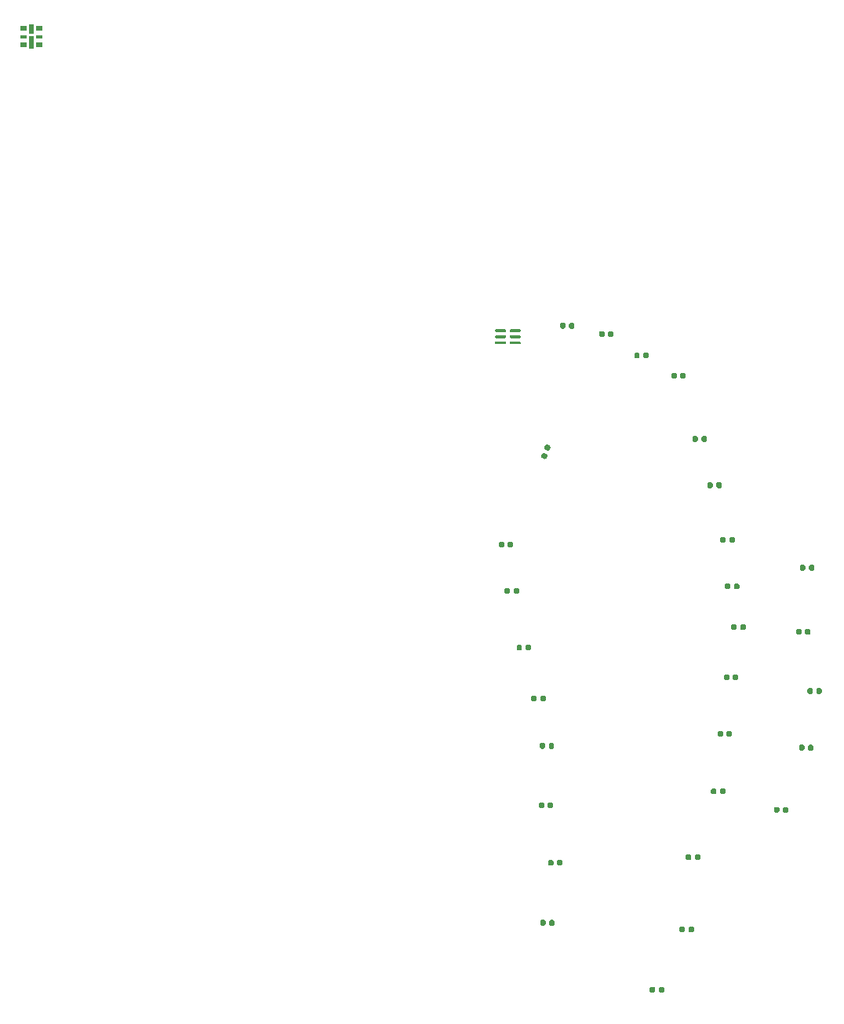
<source format=gbr>
G04 #@! TF.GenerationSoftware,KiCad,Pcbnew,(5.1.8)-1*
G04 #@! TF.CreationDate,2021-03-05T20:40:41-08:00*
G04 #@! TF.ProjectId,anglerfish,616e676c-6572-4666-9973-682e6b696361,rev?*
G04 #@! TF.SameCoordinates,Original*
G04 #@! TF.FileFunction,Soldermask,Top*
G04 #@! TF.FilePolarity,Negative*
%FSLAX46Y46*%
G04 Gerber Fmt 4.6, Leading zero omitted, Abs format (unit mm)*
G04 Created by KiCad (PCBNEW (5.1.8)-1) date 2021-03-05 20:40:41*
%MOMM*%
%LPD*%
G01*
G04 APERTURE LIST*
%ADD10R,0.800000X0.500000*%
%ADD11R,0.800000X0.300000*%
%ADD12R,0.500000X1.000000*%
%ADD13R,0.500000X1.480000*%
G04 APERTURE END LIST*
D10*
X58550000Y-54330000D03*
D11*
X58550000Y-55230000D03*
D10*
X58550000Y-56130000D03*
D11*
X60250000Y-55230000D03*
D10*
X60250000Y-56130000D03*
X60250000Y-54330000D03*
D12*
X59400000Y-54400000D03*
D13*
X59400000Y-55840000D03*
G36*
G01*
X115127081Y-99880457D02*
X114802887Y-99762460D01*
G75*
G02*
X114714730Y-99573407I50448J138605D01*
G01*
X114815626Y-99296198D01*
G75*
G02*
X115004679Y-99208041I138605J-50448D01*
G01*
X115328873Y-99326038D01*
G75*
G02*
X115417030Y-99515091I-50448J-138605D01*
G01*
X115316134Y-99792300D01*
G75*
G02*
X115127081Y-99880457I-138605J50448D01*
G01*
G37*
G36*
G01*
X114795321Y-100791959D02*
X114471127Y-100673962D01*
G75*
G02*
X114382970Y-100484909I50448J138605D01*
G01*
X114483866Y-100207700D01*
G75*
G02*
X114672919Y-100119543I138605J-50448D01*
G01*
X114997113Y-100237540D01*
G75*
G02*
X115085270Y-100426593I-50448J-138605D01*
G01*
X114984374Y-100703802D01*
G75*
G02*
X114795321Y-100791959I-138605J50448D01*
G01*
G37*
G36*
G01*
X111000000Y-87025000D02*
X111000000Y-86875000D01*
G75*
G02*
X111075000Y-86800000I75000J0D01*
G01*
X112100000Y-86800000D01*
G75*
G02*
X112175000Y-86875000I0J-75000D01*
G01*
X112175000Y-87025000D01*
G75*
G02*
X112100000Y-87100000I-75000J0D01*
G01*
X111075000Y-87100000D01*
G75*
G02*
X111000000Y-87025000I0J75000D01*
G01*
G37*
G36*
G01*
X111000000Y-87675000D02*
X111000000Y-87525000D01*
G75*
G02*
X111075000Y-87450000I75000J0D01*
G01*
X112100000Y-87450000D01*
G75*
G02*
X112175000Y-87525000I0J-75000D01*
G01*
X112175000Y-87675000D01*
G75*
G02*
X112100000Y-87750000I-75000J0D01*
G01*
X111075000Y-87750000D01*
G75*
G02*
X111000000Y-87675000I0J75000D01*
G01*
G37*
G36*
G01*
X111000000Y-88325000D02*
X111000000Y-88175000D01*
G75*
G02*
X111075000Y-88100000I75000J0D01*
G01*
X112100000Y-88100000D01*
G75*
G02*
X112175000Y-88175000I0J-75000D01*
G01*
X112175000Y-88325000D01*
G75*
G02*
X112100000Y-88400000I-75000J0D01*
G01*
X111075000Y-88400000D01*
G75*
G02*
X111000000Y-88325000I0J75000D01*
G01*
G37*
G36*
G01*
X109425000Y-88325000D02*
X109425000Y-88175000D01*
G75*
G02*
X109500000Y-88100000I75000J0D01*
G01*
X110525000Y-88100000D01*
G75*
G02*
X110600000Y-88175000I0J-75000D01*
G01*
X110600000Y-88325000D01*
G75*
G02*
X110525000Y-88400000I-75000J0D01*
G01*
X109500000Y-88400000D01*
G75*
G02*
X109425000Y-88325000I0J75000D01*
G01*
G37*
G36*
G01*
X109425000Y-87675000D02*
X109425000Y-87525000D01*
G75*
G02*
X109500000Y-87450000I75000J0D01*
G01*
X110525000Y-87450000D01*
G75*
G02*
X110600000Y-87525000I0J-75000D01*
G01*
X110600000Y-87675000D01*
G75*
G02*
X110525000Y-87750000I-75000J0D01*
G01*
X109500000Y-87750000D01*
G75*
G02*
X109425000Y-87675000I0J75000D01*
G01*
G37*
G36*
G01*
X109425000Y-87025000D02*
X109425000Y-86875000D01*
G75*
G02*
X109500000Y-86800000I75000J0D01*
G01*
X110525000Y-86800000D01*
G75*
G02*
X110600000Y-86875000I0J-75000D01*
G01*
X110600000Y-87025000D01*
G75*
G02*
X110525000Y-87100000I-75000J0D01*
G01*
X109500000Y-87100000D01*
G75*
G02*
X109425000Y-87025000I0J75000D01*
G01*
G37*
G36*
G01*
X140490000Y-138772500D02*
X140490000Y-138427500D01*
G75*
G02*
X140637500Y-138280000I147500J0D01*
G01*
X140932500Y-138280000D01*
G75*
G02*
X141080000Y-138427500I0J-147500D01*
G01*
X141080000Y-138772500D01*
G75*
G02*
X140932500Y-138920000I-147500J0D01*
G01*
X140637500Y-138920000D01*
G75*
G02*
X140490000Y-138772500I0J147500D01*
G01*
G37*
G36*
G01*
X139520000Y-138772500D02*
X139520000Y-138427500D01*
G75*
G02*
X139667500Y-138280000I147500J0D01*
G01*
X139962500Y-138280000D01*
G75*
G02*
X140110000Y-138427500I0J-147500D01*
G01*
X140110000Y-138772500D01*
G75*
G02*
X139962500Y-138920000I-147500J0D01*
G01*
X139667500Y-138920000D01*
G75*
G02*
X139520000Y-138772500I0J147500D01*
G01*
G37*
G36*
G01*
X143190000Y-132072500D02*
X143190000Y-131727500D01*
G75*
G02*
X143337500Y-131580000I147500J0D01*
G01*
X143632500Y-131580000D01*
G75*
G02*
X143780000Y-131727500I0J-147500D01*
G01*
X143780000Y-132072500D01*
G75*
G02*
X143632500Y-132220000I-147500J0D01*
G01*
X143337500Y-132220000D01*
G75*
G02*
X143190000Y-132072500I0J147500D01*
G01*
G37*
G36*
G01*
X142220000Y-132072500D02*
X142220000Y-131727500D01*
G75*
G02*
X142367500Y-131580000I147500J0D01*
G01*
X142662500Y-131580000D01*
G75*
G02*
X142810000Y-131727500I0J-147500D01*
G01*
X142810000Y-132072500D01*
G75*
G02*
X142662500Y-132220000I-147500J0D01*
G01*
X142367500Y-132220000D01*
G75*
G02*
X142220000Y-132072500I0J147500D01*
G01*
G37*
G36*
G01*
X144090000Y-125972500D02*
X144090000Y-125627500D01*
G75*
G02*
X144237500Y-125480000I147500J0D01*
G01*
X144532500Y-125480000D01*
G75*
G02*
X144680000Y-125627500I0J-147500D01*
G01*
X144680000Y-125972500D01*
G75*
G02*
X144532500Y-126120000I-147500J0D01*
G01*
X144237500Y-126120000D01*
G75*
G02*
X144090000Y-125972500I0J147500D01*
G01*
G37*
G36*
G01*
X143120000Y-125972500D02*
X143120000Y-125627500D01*
G75*
G02*
X143267500Y-125480000I147500J0D01*
G01*
X143562500Y-125480000D01*
G75*
G02*
X143710000Y-125627500I0J-147500D01*
G01*
X143710000Y-125972500D01*
G75*
G02*
X143562500Y-126120000I-147500J0D01*
G01*
X143267500Y-126120000D01*
G75*
G02*
X143120000Y-125972500I0J147500D01*
G01*
G37*
G36*
G01*
X142890000Y-119572500D02*
X142890000Y-119227500D01*
G75*
G02*
X143037500Y-119080000I147500J0D01*
G01*
X143332500Y-119080000D01*
G75*
G02*
X143480000Y-119227500I0J-147500D01*
G01*
X143480000Y-119572500D01*
G75*
G02*
X143332500Y-119720000I-147500J0D01*
G01*
X143037500Y-119720000D01*
G75*
G02*
X142890000Y-119572500I0J147500D01*
G01*
G37*
G36*
G01*
X141920000Y-119572500D02*
X141920000Y-119227500D01*
G75*
G02*
X142067500Y-119080000I147500J0D01*
G01*
X142362500Y-119080000D01*
G75*
G02*
X142510000Y-119227500I0J-147500D01*
G01*
X142510000Y-119572500D01*
G75*
G02*
X142362500Y-119720000I-147500J0D01*
G01*
X142067500Y-119720000D01*
G75*
G02*
X141920000Y-119572500I0J147500D01*
G01*
G37*
G36*
G01*
X143290000Y-112672500D02*
X143290000Y-112327500D01*
G75*
G02*
X143437500Y-112180000I147500J0D01*
G01*
X143732500Y-112180000D01*
G75*
G02*
X143880000Y-112327500I0J-147500D01*
G01*
X143880000Y-112672500D01*
G75*
G02*
X143732500Y-112820000I-147500J0D01*
G01*
X143437500Y-112820000D01*
G75*
G02*
X143290000Y-112672500I0J147500D01*
G01*
G37*
G36*
G01*
X142320000Y-112672500D02*
X142320000Y-112327500D01*
G75*
G02*
X142467500Y-112180000I147500J0D01*
G01*
X142762500Y-112180000D01*
G75*
G02*
X142910000Y-112327500I0J-147500D01*
G01*
X142910000Y-112672500D01*
G75*
G02*
X142762500Y-112820000I-147500J0D01*
G01*
X142467500Y-112820000D01*
G75*
G02*
X142320000Y-112672500I0J147500D01*
G01*
G37*
G36*
G01*
X110790000Y-110172500D02*
X110790000Y-109827500D01*
G75*
G02*
X110937500Y-109680000I147500J0D01*
G01*
X111232500Y-109680000D01*
G75*
G02*
X111380000Y-109827500I0J-147500D01*
G01*
X111380000Y-110172500D01*
G75*
G02*
X111232500Y-110320000I-147500J0D01*
G01*
X110937500Y-110320000D01*
G75*
G02*
X110790000Y-110172500I0J147500D01*
G01*
G37*
G36*
G01*
X109820000Y-110172500D02*
X109820000Y-109827500D01*
G75*
G02*
X109967500Y-109680000I147500J0D01*
G01*
X110262500Y-109680000D01*
G75*
G02*
X110410000Y-109827500I0J-147500D01*
G01*
X110410000Y-110172500D01*
G75*
G02*
X110262500Y-110320000I-147500J0D01*
G01*
X109967500Y-110320000D01*
G75*
G02*
X109820000Y-110172500I0J147500D01*
G01*
G37*
G36*
G01*
X111405000Y-115172500D02*
X111405000Y-114827500D01*
G75*
G02*
X111552500Y-114680000I147500J0D01*
G01*
X111847500Y-114680000D01*
G75*
G02*
X111995000Y-114827500I0J-147500D01*
G01*
X111995000Y-115172500D01*
G75*
G02*
X111847500Y-115320000I-147500J0D01*
G01*
X111552500Y-115320000D01*
G75*
G02*
X111405000Y-115172500I0J147500D01*
G01*
G37*
G36*
G01*
X110435000Y-115172500D02*
X110435000Y-114827500D01*
G75*
G02*
X110582500Y-114680000I147500J0D01*
G01*
X110877500Y-114680000D01*
G75*
G02*
X111025000Y-114827500I0J-147500D01*
G01*
X111025000Y-115172500D01*
G75*
G02*
X110877500Y-115320000I-147500J0D01*
G01*
X110582500Y-115320000D01*
G75*
G02*
X110435000Y-115172500I0J147500D01*
G01*
G37*
G36*
G01*
X112705000Y-121272500D02*
X112705000Y-120927500D01*
G75*
G02*
X112852500Y-120780000I147500J0D01*
G01*
X113147500Y-120780000D01*
G75*
G02*
X113295000Y-120927500I0J-147500D01*
G01*
X113295000Y-121272500D01*
G75*
G02*
X113147500Y-121420000I-147500J0D01*
G01*
X112852500Y-121420000D01*
G75*
G02*
X112705000Y-121272500I0J147500D01*
G01*
G37*
G36*
G01*
X111735000Y-121272500D02*
X111735000Y-120927500D01*
G75*
G02*
X111882500Y-120780000I147500J0D01*
G01*
X112177500Y-120780000D01*
G75*
G02*
X112325000Y-120927500I0J-147500D01*
G01*
X112325000Y-121272500D01*
G75*
G02*
X112177500Y-121420000I-147500J0D01*
G01*
X111882500Y-121420000D01*
G75*
G02*
X111735000Y-121272500I0J147500D01*
G01*
G37*
G36*
G01*
X114290000Y-126772500D02*
X114290000Y-126427500D01*
G75*
G02*
X114437500Y-126280000I147500J0D01*
G01*
X114732500Y-126280000D01*
G75*
G02*
X114880000Y-126427500I0J-147500D01*
G01*
X114880000Y-126772500D01*
G75*
G02*
X114732500Y-126920000I-147500J0D01*
G01*
X114437500Y-126920000D01*
G75*
G02*
X114290000Y-126772500I0J147500D01*
G01*
G37*
G36*
G01*
X113320000Y-126772500D02*
X113320000Y-126427500D01*
G75*
G02*
X113467500Y-126280000I147500J0D01*
G01*
X113762500Y-126280000D01*
G75*
G02*
X113910000Y-126427500I0J-147500D01*
G01*
X113910000Y-126772500D01*
G75*
G02*
X113762500Y-126920000I-147500J0D01*
G01*
X113467500Y-126920000D01*
G75*
G02*
X113320000Y-126772500I0J147500D01*
G01*
G37*
G36*
G01*
X115205000Y-131872500D02*
X115205000Y-131527500D01*
G75*
G02*
X115352500Y-131380000I147500J0D01*
G01*
X115647500Y-131380000D01*
G75*
G02*
X115795000Y-131527500I0J-147500D01*
G01*
X115795000Y-131872500D01*
G75*
G02*
X115647500Y-132020000I-147500J0D01*
G01*
X115352500Y-132020000D01*
G75*
G02*
X115205000Y-131872500I0J147500D01*
G01*
G37*
G36*
G01*
X114235000Y-131872500D02*
X114235000Y-131527500D01*
G75*
G02*
X114382500Y-131380000I147500J0D01*
G01*
X114677500Y-131380000D01*
G75*
G02*
X114825000Y-131527500I0J-147500D01*
G01*
X114825000Y-131872500D01*
G75*
G02*
X114677500Y-132020000I-147500J0D01*
G01*
X114382500Y-132020000D01*
G75*
G02*
X114235000Y-131872500I0J147500D01*
G01*
G37*
G36*
G01*
X115105000Y-138272500D02*
X115105000Y-137927500D01*
G75*
G02*
X115252500Y-137780000I147500J0D01*
G01*
X115547500Y-137780000D01*
G75*
G02*
X115695000Y-137927500I0J-147500D01*
G01*
X115695000Y-138272500D01*
G75*
G02*
X115547500Y-138420000I-147500J0D01*
G01*
X115252500Y-138420000D01*
G75*
G02*
X115105000Y-138272500I0J147500D01*
G01*
G37*
G36*
G01*
X114135000Y-138272500D02*
X114135000Y-137927500D01*
G75*
G02*
X114282500Y-137780000I147500J0D01*
G01*
X114577500Y-137780000D01*
G75*
G02*
X114725000Y-137927500I0J-147500D01*
G01*
X114725000Y-138272500D01*
G75*
G02*
X114577500Y-138420000I-147500J0D01*
G01*
X114282500Y-138420000D01*
G75*
G02*
X114135000Y-138272500I0J147500D01*
G01*
G37*
G36*
G01*
X116095000Y-144472500D02*
X116095000Y-144127500D01*
G75*
G02*
X116242500Y-143980000I147500J0D01*
G01*
X116537500Y-143980000D01*
G75*
G02*
X116685000Y-144127500I0J-147500D01*
G01*
X116685000Y-144472500D01*
G75*
G02*
X116537500Y-144620000I-147500J0D01*
G01*
X116242500Y-144620000D01*
G75*
G02*
X116095000Y-144472500I0J147500D01*
G01*
G37*
G36*
G01*
X115125000Y-144472500D02*
X115125000Y-144127500D01*
G75*
G02*
X115272500Y-143980000I147500J0D01*
G01*
X115567500Y-143980000D01*
G75*
G02*
X115715000Y-144127500I0J-147500D01*
G01*
X115715000Y-144472500D01*
G75*
G02*
X115567500Y-144620000I-147500J0D01*
G01*
X115272500Y-144620000D01*
G75*
G02*
X115125000Y-144472500I0J147500D01*
G01*
G37*
G36*
G01*
X115250000Y-150962500D02*
X115250000Y-150617500D01*
G75*
G02*
X115397500Y-150470000I147500J0D01*
G01*
X115692500Y-150470000D01*
G75*
G02*
X115840000Y-150617500I0J-147500D01*
G01*
X115840000Y-150962500D01*
G75*
G02*
X115692500Y-151110000I-147500J0D01*
G01*
X115397500Y-151110000D01*
G75*
G02*
X115250000Y-150962500I0J147500D01*
G01*
G37*
G36*
G01*
X114280000Y-150962500D02*
X114280000Y-150617500D01*
G75*
G02*
X114427500Y-150470000I147500J0D01*
G01*
X114722500Y-150470000D01*
G75*
G02*
X114870000Y-150617500I0J-147500D01*
G01*
X114870000Y-150962500D01*
G75*
G02*
X114722500Y-151110000I-147500J0D01*
G01*
X114427500Y-151110000D01*
G75*
G02*
X114280000Y-150962500I0J147500D01*
G01*
G37*
G36*
G01*
X127090000Y-158172500D02*
X127090000Y-157827500D01*
G75*
G02*
X127237500Y-157680000I147500J0D01*
G01*
X127532500Y-157680000D01*
G75*
G02*
X127680000Y-157827500I0J-147500D01*
G01*
X127680000Y-158172500D01*
G75*
G02*
X127532500Y-158320000I-147500J0D01*
G01*
X127237500Y-158320000D01*
G75*
G02*
X127090000Y-158172500I0J147500D01*
G01*
G37*
G36*
G01*
X126120000Y-158172500D02*
X126120000Y-157827500D01*
G75*
G02*
X126267500Y-157680000I147500J0D01*
G01*
X126562500Y-157680000D01*
G75*
G02*
X126710000Y-157827500I0J-147500D01*
G01*
X126710000Y-158172500D01*
G75*
G02*
X126562500Y-158320000I-147500J0D01*
G01*
X126267500Y-158320000D01*
G75*
G02*
X126120000Y-158172500I0J147500D01*
G01*
G37*
G36*
G01*
X130290000Y-151672500D02*
X130290000Y-151327500D01*
G75*
G02*
X130437500Y-151180000I147500J0D01*
G01*
X130732500Y-151180000D01*
G75*
G02*
X130880000Y-151327500I0J-147500D01*
G01*
X130880000Y-151672500D01*
G75*
G02*
X130732500Y-151820000I-147500J0D01*
G01*
X130437500Y-151820000D01*
G75*
G02*
X130290000Y-151672500I0J147500D01*
G01*
G37*
G36*
G01*
X129320000Y-151672500D02*
X129320000Y-151327500D01*
G75*
G02*
X129467500Y-151180000I147500J0D01*
G01*
X129762500Y-151180000D01*
G75*
G02*
X129910000Y-151327500I0J-147500D01*
G01*
X129910000Y-151672500D01*
G75*
G02*
X129762500Y-151820000I-147500J0D01*
G01*
X129467500Y-151820000D01*
G75*
G02*
X129320000Y-151672500I0J147500D01*
G01*
G37*
G36*
G01*
X130990000Y-143872500D02*
X130990000Y-143527500D01*
G75*
G02*
X131137500Y-143380000I147500J0D01*
G01*
X131432500Y-143380000D01*
G75*
G02*
X131580000Y-143527500I0J-147500D01*
G01*
X131580000Y-143872500D01*
G75*
G02*
X131432500Y-144020000I-147500J0D01*
G01*
X131137500Y-144020000D01*
G75*
G02*
X130990000Y-143872500I0J147500D01*
G01*
G37*
G36*
G01*
X130020000Y-143872500D02*
X130020000Y-143527500D01*
G75*
G02*
X130167500Y-143380000I147500J0D01*
G01*
X130462500Y-143380000D01*
G75*
G02*
X130610000Y-143527500I0J-147500D01*
G01*
X130610000Y-143872500D01*
G75*
G02*
X130462500Y-144020000I-147500J0D01*
G01*
X130167500Y-144020000D01*
G75*
G02*
X130020000Y-143872500I0J147500D01*
G01*
G37*
G36*
G01*
X133690000Y-136772500D02*
X133690000Y-136427500D01*
G75*
G02*
X133837500Y-136280000I147500J0D01*
G01*
X134132500Y-136280000D01*
G75*
G02*
X134280000Y-136427500I0J-147500D01*
G01*
X134280000Y-136772500D01*
G75*
G02*
X134132500Y-136920000I-147500J0D01*
G01*
X133837500Y-136920000D01*
G75*
G02*
X133690000Y-136772500I0J147500D01*
G01*
G37*
G36*
G01*
X132720000Y-136772500D02*
X132720000Y-136427500D01*
G75*
G02*
X132867500Y-136280000I147500J0D01*
G01*
X133162500Y-136280000D01*
G75*
G02*
X133310000Y-136427500I0J-147500D01*
G01*
X133310000Y-136772500D01*
G75*
G02*
X133162500Y-136920000I-147500J0D01*
G01*
X132867500Y-136920000D01*
G75*
G02*
X132720000Y-136772500I0J147500D01*
G01*
G37*
G36*
G01*
X134390000Y-130572500D02*
X134390000Y-130227500D01*
G75*
G02*
X134537500Y-130080000I147500J0D01*
G01*
X134832500Y-130080000D01*
G75*
G02*
X134980000Y-130227500I0J-147500D01*
G01*
X134980000Y-130572500D01*
G75*
G02*
X134832500Y-130720000I-147500J0D01*
G01*
X134537500Y-130720000D01*
G75*
G02*
X134390000Y-130572500I0J147500D01*
G01*
G37*
G36*
G01*
X133420000Y-130572500D02*
X133420000Y-130227500D01*
G75*
G02*
X133567500Y-130080000I147500J0D01*
G01*
X133862500Y-130080000D01*
G75*
G02*
X134010000Y-130227500I0J-147500D01*
G01*
X134010000Y-130572500D01*
G75*
G02*
X133862500Y-130720000I-147500J0D01*
G01*
X133567500Y-130720000D01*
G75*
G02*
X133420000Y-130572500I0J147500D01*
G01*
G37*
G36*
G01*
X135090000Y-124472500D02*
X135090000Y-124127500D01*
G75*
G02*
X135237500Y-123980000I147500J0D01*
G01*
X135532500Y-123980000D01*
G75*
G02*
X135680000Y-124127500I0J-147500D01*
G01*
X135680000Y-124472500D01*
G75*
G02*
X135532500Y-124620000I-147500J0D01*
G01*
X135237500Y-124620000D01*
G75*
G02*
X135090000Y-124472500I0J147500D01*
G01*
G37*
G36*
G01*
X134120000Y-124472500D02*
X134120000Y-124127500D01*
G75*
G02*
X134267500Y-123980000I147500J0D01*
G01*
X134562500Y-123980000D01*
G75*
G02*
X134710000Y-124127500I0J-147500D01*
G01*
X134710000Y-124472500D01*
G75*
G02*
X134562500Y-124620000I-147500J0D01*
G01*
X134267500Y-124620000D01*
G75*
G02*
X134120000Y-124472500I0J147500D01*
G01*
G37*
G36*
G01*
X135875000Y-119072500D02*
X135875000Y-118727500D01*
G75*
G02*
X136022500Y-118580000I147500J0D01*
G01*
X136317500Y-118580000D01*
G75*
G02*
X136465000Y-118727500I0J-147500D01*
G01*
X136465000Y-119072500D01*
G75*
G02*
X136317500Y-119220000I-147500J0D01*
G01*
X136022500Y-119220000D01*
G75*
G02*
X135875000Y-119072500I0J147500D01*
G01*
G37*
G36*
G01*
X134905000Y-119072500D02*
X134905000Y-118727500D01*
G75*
G02*
X135052500Y-118580000I147500J0D01*
G01*
X135347500Y-118580000D01*
G75*
G02*
X135495000Y-118727500I0J-147500D01*
G01*
X135495000Y-119072500D01*
G75*
G02*
X135347500Y-119220000I-147500J0D01*
G01*
X135052500Y-119220000D01*
G75*
G02*
X134905000Y-119072500I0J147500D01*
G01*
G37*
G36*
G01*
X135190000Y-114672500D02*
X135190000Y-114327500D01*
G75*
G02*
X135337500Y-114180000I147500J0D01*
G01*
X135632500Y-114180000D01*
G75*
G02*
X135780000Y-114327500I0J-147500D01*
G01*
X135780000Y-114672500D01*
G75*
G02*
X135632500Y-114820000I-147500J0D01*
G01*
X135337500Y-114820000D01*
G75*
G02*
X135190000Y-114672500I0J147500D01*
G01*
G37*
G36*
G01*
X134220000Y-114672500D02*
X134220000Y-114327500D01*
G75*
G02*
X134367500Y-114180000I147500J0D01*
G01*
X134662500Y-114180000D01*
G75*
G02*
X134810000Y-114327500I0J-147500D01*
G01*
X134810000Y-114672500D01*
G75*
G02*
X134662500Y-114820000I-147500J0D01*
G01*
X134367500Y-114820000D01*
G75*
G02*
X134220000Y-114672500I0J147500D01*
G01*
G37*
G36*
G01*
X134690000Y-109672500D02*
X134690000Y-109327500D01*
G75*
G02*
X134837500Y-109180000I147500J0D01*
G01*
X135132500Y-109180000D01*
G75*
G02*
X135280000Y-109327500I0J-147500D01*
G01*
X135280000Y-109672500D01*
G75*
G02*
X135132500Y-109820000I-147500J0D01*
G01*
X134837500Y-109820000D01*
G75*
G02*
X134690000Y-109672500I0J147500D01*
G01*
G37*
G36*
G01*
X133720000Y-109672500D02*
X133720000Y-109327500D01*
G75*
G02*
X133867500Y-109180000I147500J0D01*
G01*
X134162500Y-109180000D01*
G75*
G02*
X134310000Y-109327500I0J-147500D01*
G01*
X134310000Y-109672500D01*
G75*
G02*
X134162500Y-109820000I-147500J0D01*
G01*
X133867500Y-109820000D01*
G75*
G02*
X133720000Y-109672500I0J147500D01*
G01*
G37*
G36*
G01*
X133290000Y-103772500D02*
X133290000Y-103427500D01*
G75*
G02*
X133437500Y-103280000I147500J0D01*
G01*
X133732500Y-103280000D01*
G75*
G02*
X133880000Y-103427500I0J-147500D01*
G01*
X133880000Y-103772500D01*
G75*
G02*
X133732500Y-103920000I-147500J0D01*
G01*
X133437500Y-103920000D01*
G75*
G02*
X133290000Y-103772500I0J147500D01*
G01*
G37*
G36*
G01*
X132320000Y-103772500D02*
X132320000Y-103427500D01*
G75*
G02*
X132467500Y-103280000I147500J0D01*
G01*
X132762500Y-103280000D01*
G75*
G02*
X132910000Y-103427500I0J-147500D01*
G01*
X132910000Y-103772500D01*
G75*
G02*
X132762500Y-103920000I-147500J0D01*
G01*
X132467500Y-103920000D01*
G75*
G02*
X132320000Y-103772500I0J147500D01*
G01*
G37*
G36*
G01*
X131690000Y-98772500D02*
X131690000Y-98427500D01*
G75*
G02*
X131837500Y-98280000I147500J0D01*
G01*
X132132500Y-98280000D01*
G75*
G02*
X132280000Y-98427500I0J-147500D01*
G01*
X132280000Y-98772500D01*
G75*
G02*
X132132500Y-98920000I-147500J0D01*
G01*
X131837500Y-98920000D01*
G75*
G02*
X131690000Y-98772500I0J147500D01*
G01*
G37*
G36*
G01*
X130720000Y-98772500D02*
X130720000Y-98427500D01*
G75*
G02*
X130867500Y-98280000I147500J0D01*
G01*
X131162500Y-98280000D01*
G75*
G02*
X131310000Y-98427500I0J-147500D01*
G01*
X131310000Y-98772500D01*
G75*
G02*
X131162500Y-98920000I-147500J0D01*
G01*
X130867500Y-98920000D01*
G75*
G02*
X130720000Y-98772500I0J147500D01*
G01*
G37*
G36*
G01*
X129390000Y-91972500D02*
X129390000Y-91627500D01*
G75*
G02*
X129537500Y-91480000I147500J0D01*
G01*
X129832500Y-91480000D01*
G75*
G02*
X129980000Y-91627500I0J-147500D01*
G01*
X129980000Y-91972500D01*
G75*
G02*
X129832500Y-92120000I-147500J0D01*
G01*
X129537500Y-92120000D01*
G75*
G02*
X129390000Y-91972500I0J147500D01*
G01*
G37*
G36*
G01*
X128420000Y-91972500D02*
X128420000Y-91627500D01*
G75*
G02*
X128567500Y-91480000I147500J0D01*
G01*
X128862500Y-91480000D01*
G75*
G02*
X129010000Y-91627500I0J-147500D01*
G01*
X129010000Y-91972500D01*
G75*
G02*
X128862500Y-92120000I-147500J0D01*
G01*
X128567500Y-92120000D01*
G75*
G02*
X128420000Y-91972500I0J147500D01*
G01*
G37*
G36*
G01*
X125405000Y-89772500D02*
X125405000Y-89427500D01*
G75*
G02*
X125552500Y-89280000I147500J0D01*
G01*
X125847500Y-89280000D01*
G75*
G02*
X125995000Y-89427500I0J-147500D01*
G01*
X125995000Y-89772500D01*
G75*
G02*
X125847500Y-89920000I-147500J0D01*
G01*
X125552500Y-89920000D01*
G75*
G02*
X125405000Y-89772500I0J147500D01*
G01*
G37*
G36*
G01*
X124435000Y-89772500D02*
X124435000Y-89427500D01*
G75*
G02*
X124582500Y-89280000I147500J0D01*
G01*
X124877500Y-89280000D01*
G75*
G02*
X125025000Y-89427500I0J-147500D01*
G01*
X125025000Y-89772500D01*
G75*
G02*
X124877500Y-89920000I-147500J0D01*
G01*
X124582500Y-89920000D01*
G75*
G02*
X124435000Y-89772500I0J147500D01*
G01*
G37*
G36*
G01*
X121605000Y-87472500D02*
X121605000Y-87127500D01*
G75*
G02*
X121752500Y-86980000I147500J0D01*
G01*
X122047500Y-86980000D01*
G75*
G02*
X122195000Y-87127500I0J-147500D01*
G01*
X122195000Y-87472500D01*
G75*
G02*
X122047500Y-87620000I-147500J0D01*
G01*
X121752500Y-87620000D01*
G75*
G02*
X121605000Y-87472500I0J147500D01*
G01*
G37*
G36*
G01*
X120635000Y-87472500D02*
X120635000Y-87127500D01*
G75*
G02*
X120782500Y-86980000I147500J0D01*
G01*
X121077500Y-86980000D01*
G75*
G02*
X121225000Y-87127500I0J-147500D01*
G01*
X121225000Y-87472500D01*
G75*
G02*
X121077500Y-87620000I-147500J0D01*
G01*
X120782500Y-87620000D01*
G75*
G02*
X120635000Y-87472500I0J147500D01*
G01*
G37*
G36*
G01*
X117390000Y-86572500D02*
X117390000Y-86227500D01*
G75*
G02*
X117537500Y-86080000I147500J0D01*
G01*
X117832500Y-86080000D01*
G75*
G02*
X117980000Y-86227500I0J-147500D01*
G01*
X117980000Y-86572500D01*
G75*
G02*
X117832500Y-86720000I-147500J0D01*
G01*
X117537500Y-86720000D01*
G75*
G02*
X117390000Y-86572500I0J147500D01*
G01*
G37*
G36*
G01*
X116420000Y-86572500D02*
X116420000Y-86227500D01*
G75*
G02*
X116567500Y-86080000I147500J0D01*
G01*
X116862500Y-86080000D01*
G75*
G02*
X117010000Y-86227500I0J-147500D01*
G01*
X117010000Y-86572500D01*
G75*
G02*
X116862500Y-86720000I-147500J0D01*
G01*
X116567500Y-86720000D01*
G75*
G02*
X116420000Y-86572500I0J147500D01*
G01*
G37*
M02*

</source>
